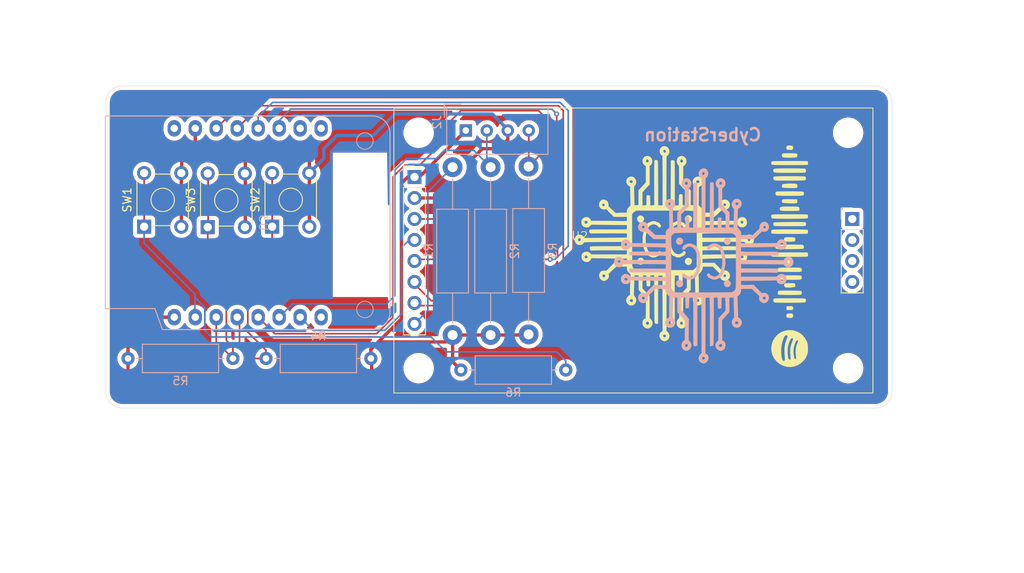
<source format=kicad_pcb>
(kicad_pcb (version 20241129) (generator "pcbnew") (generator_version "8.99")
  (layers (0 "F.Cu" signal) (2 "B.Cu" signal) (13 "F.Paste" user) (15 "B.Paste" user) (5 "F.SilkS" user "F.Silkscreen") (7 "B.SilkS" user "B.Silkscreen") (1 "F.Mask" user) (3 "B.Mask" user) (25 "Edge.Cuts" user))
  (net 0 "")
  (net 1 "Net-(U2-LED)")
  (net 2 "SCK")
  (net 3 "+3.3V")
  (net 4 "TFT_EN")
  (net 5 "TFT_DC")
  (net 6 "GND")
  (net 7 "TFT_CS")
  (net 8 "MOSI")
  (net 9 "SW1-IN")
  (net 10 "SW2-IN")
  (net 11 "SW3-IN")
  (net 12 "SDA")
  (net 13 "SCL")
  (footprint "Button_Switch_THT:SW_TH_Tactile_Omron_B3F-10xx" (layer "F.Cu") (at 120.15 83.7 90)
    (property "Reference" "SW3" (at 3.25 -2.05 90) (layer "F.SilkS"))
    (property "Value" "SW_Push")
    (pad "1" thru_hole rect (at 0 0 90) (size 1.7 1.7) (drill 1) (layers "*.Cu" "*.Mask") (net 10 "SW2-IN"))
    (pad "1" thru_hole circle (at 6.5 0 90) (size 1.7 1.7) (drill 1) (layers "*.Cu" "*.Mask") (net 10 "SW2-IN"))
    (pad "2" thru_hole circle (at 0 4.5 90) (size 1.7 1.7) (drill 1) (layers "*.Cu" "*.Mask") (net 6 "GND"))
    (pad "2" thru_hole circle (at 6.5 4.5 90) (size 1.7 1.7) (drill 1) (layers "*.Cu" "*.Mask") (net 6 "GND"))
  )
  (footprint "CircuitCyborg LOGOS:CircuitCyborg Logo" (layer "F.Cu") (at 175.8 85.8)
    (property "Reference" "G***" (hide yes))
    (property "Value" "LOGO" (hide yes))
    (fp_text user "CC" (at -3.630088 1.879975 0) (layer "F.SilkS") (effects (font (size 4 3) (thickness 0.375)) (justify left bottom)))
  )
  (footprint "asylum-weather:TFT_ST7735_SD" (layer "F.Cu") (at 165.185 86.275)
    (property "Reference" "U2" (at 0 -1.5 0) (layer "F.SilkS") (effects (font (thickness 0.1))))
    (property "Value" "TFT_ST7735_SD")
    (pad "" np_thru_hole circle (at -19.5 -14) (size 3.2 3.2) (drill 3.2) (layers "*.Cu" "*.Mask"))
    (pad "" np_thru_hole circle (at -19.5 14.5) (size 3.2 3.2) (drill 3.2) (layers "*.Cu" "*.Mask"))
    (pad "" np_thru_hole circle (at 32.5 -14) (size 3.2 3.2) (drill 3.2) (layers "*.Cu" "*.Mask"))
    (pad "" np_thru_hole circle (at 32.5 14.5) (size 3.2 3.2) (drill 3.2) (layers "*.Cu" "*.Mask"))
    (pad "1" thru_hole rect (at -20 -8.64) (size 1.7 1.7) (drill 1) (layers "*.Cu" "*.Mask") (net 3 "+3.3V"))
    (pad "2" thru_hole oval (at -20 -6.1) (size 1.7 1.7) (drill 1) (layers "*.Cu" "*.Mask") (net 6 "GND"))
    (pad "3" thru_hole oval (at -20 -3.56) (size 1.7 1.7) (drill 1) (layers "*.Cu" "*.Mask") (net 7 "TFT_CS"))
    (pad "4" thru_hole oval (at -20 -1.02) (size 1.7 1.7) (drill 1) (layers "*.Cu" "*.Mask") (net 4 "TFT_EN"))
    (pad "5" thru_hole oval (at -20 1.52) (size 1.7 1.7) (drill 1) (layers "*.Cu" "*.Mask") (net 5 "TFT_DC"))
    (pad "6" thru_hole oval (at -20 4.06) (size 1.7 1.7) (drill 1) (layers "*.Cu" "*.Mask") (net 8 "MOSI"))
    (pad "7" thru_hole oval (at -20 6.6) (size 1.7 1.7) (drill 1) (layers "*.Cu" "*.Mask") (net 2 "SCK"))
    (pad "8" thru_hole oval (at -20 9.14) (size 1.7 1.7) (drill 1) (layers "*.Cu" "*.Mask") (net 1 "Net-(U2-LED)"))
    (pad "9" thru_hole rect (at 33 -3.56) (size 1.7 1.7) (drill 1) (layers "*.Cu" "*.Mask"))
    (pad "10" thru_hole oval (at 33 -1.02) (size 1.7 1.7) (drill 1) (layers "*.Cu" "*.Mask"))
    (pad "11" thru_hole oval (at 33 1.52) (size 1.7 1.7) (drill 1) (layers "*.Cu" "*.Mask"))
    (pad "12" thru_hole oval (at 33 4.06) (size 1.7 1.7) (drill 1) (layers "*.Cu" "*.Mask"))
  )
  (footprint "Button_Switch_THT:SW_TH_Tactile_Omron_B3F-10xx" (layer "F.Cu") (at 112.45 83.65 90)
    (property "Reference" "SW1" (at 3.25 -2.05 90) (layer "F.SilkS"))
    (property "Value" "SW_Push")
    (pad "1" thru_hole rect (at 0 0 90) (size 1.7 1.7) (drill 1) (layers "*.Cu" "*.Mask") (net 11 "SW3-IN"))
    (pad "1" thru_hole circle (at 6.5 0 90) (size 1.7 1.7) (drill 1) (layers "*.Cu" "*.Mask") (net 11 "SW3-IN"))
    (pad "2" thru_hole circle (at 0 4.5 90) (size 1.7 1.7) (drill 1) (layers "*.Cu" "*.Mask") (net 6 "GND"))
    (pad "2" thru_hole circle (at 6.5 4.5 90) (size 1.7 1.7) (drill 1) (layers "*.Cu" "*.Mask") (net 6 "GND"))
  )
  (footprint "CircuitCyborg LOGOS:Beautiful Day Spotify Code" (layer "F.Cu") (at 190.6 87.4 90)
    (property "Reference" "G***" (hide yes))
    (property "Value" "LOGO" (hide yes))
  )
  (footprint "Button_Switch_THT:SW_TH_Tactile_Omron_B3F-10xx" (layer "F.Cu") (at 127.95 83.65 90)
    (property "Reference" "SW2" (at 3.25 -2.05 90) (layer "F.SilkS"))
    (property "Value" "SW_Push")
    (pad "1" thru_hole rect (at 0 0 90) (size 1.7 1.7) (drill 1) (layers "*.Cu" "*.Mask") (net 9 "SW1-IN"))
    (pad "1" thru_hole circle (at 6.5 0 90) (size 1.7 1.7) (drill 1) (layers "*.Cu" "*.Mask") (net 9 "SW1-IN"))
    (pad "2" thru_hole circle (at 0 4.5 90) (size 1.7 1.7) (drill 1) (layers "*.Cu" "*.Mask") (net 6 "GND"))
    (pad "2" thru_hole circle (at 6.5 4.5 90) (size 1.7 1.7) (drill 1) (layers "*.Cu" "*.Mask") (net 6 "GND"))
  )
  (footprint "CircuitCyborg LOGOS:CircuitCyborg Logo" (layer "B.Cu") (at 179.826959 88.495099 180)
    (property "Reference" "G***" (hide yes))
    (property "Value" "LOGO" (hide yes))
    (fp_text user "CC" (at -3.630088 -1.879975 0) (layer "B.SilkS") (effects (font (size 4 3) (thickness 0.375)) (justify left bottom mirror)))
  )
  (footprint "Resistor_THT:R_Axial_DIN0309_L9.0mm_D3.2mm_P12.70mm_Horizontal" (layer "B.Cu") (at 110.5 99.6)
    (property "Reference" "R5" (at 6.35 2.72 180) (layer "B.SilkS") (effects (justify mirror)))
    (property "Value" "R")
    (pad "1" thru_hole circle (at 0 0) (size 1.6 1.6) (drill 0.8) (layers "F&B.Cu" "*.Mask") (net 3 "+3.3V"))
    (pad "2" thru_hole oval (at 12.7 0) (size 1.6 1.6) (drill 0.8) (layers "F&B.Cu" "*.Mask") (net 10 "SW2-IN"))
  )
  (footprint "Resistor_THT:R_Axial_DIN0411_L9.9mm_D3.6mm_P20.32mm_Horizontal" (layer "B.Cu") (at 154.4 96.76 90)
    (property "Reference" "R2" (at 10.16 2.92 90) (layer "B.SilkS") (effects (justify mirror)))
    (property "Value" "R")
    (pad "1" thru_hole circle (at 0 0 90) (size 2.4 2.4) (drill 1.2) (layers "F&B.Cu" "*.Mask") (net 3 "+3.3V"))
    (pad "2" thru_hole oval (at 20.32 0 90) (size 2.4 2.4) (drill 1.2) (layers "F&B.Cu" "*.Mask") (net 12 "SDA"))
  )
  (footprint "Resistor_THT:R_Axial_DIN0411_L9.9mm_D3.6mm_P20.32mm_Horizontal" (layer "B.Cu") (at 159 96.685 90)
    (property "Reference" "R3" (at 10.16 2.92 90) (layer "B.SilkS") (effects (justify mirror)))
    (property "Value" "R")
    (pad "1" thru_hole circle (at 0 0 90) (size 2.4 2.4) (drill 1.2) (layers "F&B.Cu" "*.Mask") (net 3 "+3.3V"))
    (pad "2" thru_hole oval (at 20.32 0 90) (size 2.4 2.4) (drill 1.2) (layers "F&B.Cu" "*.Mask") (net 13 "SCL"))
  )
  (footprint "Resistor_THT:R_Axial_DIN0309_L9.0mm_D3.2mm_P12.70mm_Horizontal" (layer "B.Cu") (at 139.9 99.6 180)
    (property "Reference" "R4" (at 6.35 2.72 180) (layer "B.SilkS") (effects (justify mirror)))
    (property "Value" "R")
    (pad "1" thru_hole circle (at 0 0 180) (size 1.6 1.6) (drill 0.8) (layers "F&B.Cu" "*.Mask") (net 3 "+3.3V"))
    (pad "2" thru_hole oval (at 12.7 0 180) (size 1.6 1.6) (drill 0.8) (layers "F&B.Cu" "*.Mask") (net 9 "SW1-IN"))
  )
  (footprint "Resistor_THT:R_Axial_DIN0411_L9.9mm_D3.6mm_P20.32mm_Horizontal" (layer "B.Cu") (at 149.8 76.44 -90)
    (property "Reference" "R1" (at 10.16 2.92 90) (layer "B.SilkS") (effects (justify mirror)))
    (property "Value" "R")
    (pad "1" thru_hole circle (at 0 0 270) (size 2.4 2.4) (drill 1.2) (layers "F&B.Cu" "*.Mask") (net 1 "Net-(U2-LED)"))
    (pad "2" thru_hole oval (at 20.32 0 270) (size 2.4 2.4) (drill 1.2) (layers "F&B.Cu" "*.Mask") (net 3 "+3.3V"))
  )
  (footprint "Sensor:Aosong_DHT11_5.5x12.0_P2.54mm" (layer "B.Cu") (at 151.4 72 -90)
    (property "Reference" "J2" (at -1 3.5 90) (layer "B.SilkS") (effects (justify mirror)))
    (property "Value" "Conn_01x04_Socket")
    (pad "1" thru_hole rect (at 0 0 270) (size 1.5 1.5) (drill 0.8) (layers "F&B.Cu" "*.Mask") (net 3 "+3.3V"))
    (pad "2" thru_hole circle (at 0 -2.54 270) (size 1.5 1.5) (drill 0.8) (layers "F&B.Cu" "*.Mask") (net 12 "SDA"))
    (pad "3" thru_hole circle (at 0 -5.08 270) (size 1.5 1.5) (drill 0.8) (layers "F&B.Cu" "*.Mask") (net 6 "GND"))
    (pad "4" thru_hole circle (at 0 -7.62 270) (size 1.5 1.5) (drill 0.8) (layers "F&B.Cu" "*.Mask") (net 13 "SCL"))
  )
  (footprint "Resistor_THT:R_Axial_DIN0309_L9.0mm_D3.2mm_P12.70mm_Horizontal" (layer "B.Cu") (at 150.8 101)
    (property "Reference" "R6" (at 6.35 2.72 180) (layer "B.SilkS") (effects (justify mirror)))
    (property "Value" "R")
    (pad "1" thru_hole circle (at 0 0) (size 1.6 1.6) (drill 0.8) (layers "F&B.Cu" "*.Mask") (net 3 "+3.3V"))
    (pad "2" thru_hole oval (at 12.7 0) (size 1.6 1.6) (drill 0.8) (layers "F&B.Cu" "*.Mask") (net 11 "SW3-IN"))
  )
  (footprint "C3_Mini_Correct:WEMOS_C1_mini" (layer "B.Cu") (at 126.38 83.17 90)
    (property "Reference" "U3" (at 0 0.5 -90) (layer "B.SilkS") (effects (font (thickness 0.1)) (justify mirror)))
    (property "Value" "~")
    (pad "0" thru_hole oval (at -11.43 -2.66 90) (size 2 1.6) (drill 0.9) (layers "F&B.Cu" "*.Mask") (net 9 "SW1-IN"))
    (pad "1" thru_hole oval (at -11.43 -0.12 90) (size 2 1.6) (drill 0.9) (layers "F&B.Cu" "*.Mask") (net 13 "SCL"))
    (pad "2" thru_hole oval (at -11.43 2.42 90) (size 2 1.6) (drill 0.9) (layers "F&B.Cu" "*.Mask") (net 12 "SDA"))
    (pad "3" thru_hole oval (at -11.43 4.96 90) (size 2 1.6) (drill 0.9) (layers "F&B.Cu" "*.Mask") (net 4 "TFT_EN"))
    (pad "4" thru_hole oval (at -11.43 -5.2 90) (size 2 1.6) (drill 0.9) (layers "F&B.Cu" "*.Mask") (net 10 "SW2-IN"))
    (pad "5" thru_hole oval (at -11.43 -7.74 90) (size 2 1.6) (drill 0.9) (layers "F&B.Cu" "*.Mask") (net 11 "SW3-IN"))
    (pad "6" thru_hole oval (at 11.43 -5.2 90) (size 2 1.6) (drill 0.9) (layers "F&B.Cu" "*.Mask") (net 2 "SCK"))
    (pad "7" thru_hole oval (at 11.43 -2.66 90) (size 2 1.6) (drill 0.9) (layers "F&B.Cu" "*.Mask") (net 8 "MOSI"))
    (pad "8" thru_hole oval (at 11.43 -0.12 90) (size 2 1.6) (drill 0.9) (layers "F&B.Cu" "*.Mask") (net 5 "TFT_DC"))
    (pad "10" thru_hole oval (at 11.43 2.42 90) (size 2 1.6) (drill 0.9) (layers "F&B.Cu" "*.Mask") (net 7 "TFT_CS"))
    (pad "11" thru_hole oval (at -11.43 7.5 90) (size 2 1.6) (drill 0.9) (layers "F&B.Cu" "*.Mask"))
    (pad "12" thru_hole oval (at -11.43 -10.28 90) (size 2 1.6) (drill 0.9) (layers "F&B.Cu" "*.Mask") (net 3 "+3.3V"))
    (pad "13" thru_hole oval (at 11.43 -7.74 90) (size 2 1.6) (drill 0.9) (layers "F&B.Cu" "*.Mask") (net 6 "GND"))
    (pad "14" thru_hole oval (at 11.43 -10.28 90) (size 2 1.6) (drill 0.9) (layers "F&B.Cu" "*.Mask"))
    (pad "20" thru_hole oval (at 11.43 4.96 90) (size 2 1.6) (drill 0.9) (layers "F&B.Cu" "*.Mask"))
    (pad "21" thru_hole oval (at 11.43 7.5 90) (size 2 1.6) (drill 0.9) (layers "F&B.Cu" "*.Mask"))
    (zone (net 0) (net_name "") (layers "F&B.Cu") (name "No Copper") (connect_pads (clearance 0)) (min_thickness 0.25)
      (keepout (tracks not_allowed) (vias not_allowed) (pads not_allowed) (copperpour not_allowed) (footprints not_allowed))
      (fill (thermal_gap 0.5) (thermal_bridge_width 0.5))
      (polygon (pts (xy 142.08 92.17) (xy 141.88 74.67) (xy 135.28 74.67) (xy 135.28 92.17)))
    )
  )
  (gr_line (start 109.8 66.6) (end 201 66.6) (stroke (width 0.05)) (layer "Edge.Cuts"))
  (gr_line (start 107.8 103.6) (end 107.8 68.6) (stroke (width 0.05)) (layer "Edge.Cuts"))
  (gr_line (start 201 105.6) (end 109.8 105.6) (stroke (width 0.05)) (layer "Edge.Cuts"))
  (gr_arc (start 201 66.6) (mid 202.414214 67.185786) (end 203 68.6) (stroke (width 0.05)) (layer "Edge.Cuts"))
  (gr_arc (start 109.8 105.6) (mid 108.385786 105.014214) (end 107.8 103.6) (stroke (width 0.05)) (layer "Edge.Cuts"))
  (gr_arc (start 203 103.6) (mid 202.414214 105.014214) (end 201 105.6) (stroke (width 0.05)) (layer "Edge.Cuts"))
  (gr_arc (start 107.8 68.6) (mid 108.385786 67.185786) (end 109.8 66.6) (stroke (width 0.05)) (layer "Edge.Cuts"))
  (gr_line (start 203 68.6) (end 203 103.6) (stroke (width 0.05)) (layer "Edge.Cuts"))
  (gr_text "CyberStation" (at 180.076959 73.4 0) (layer "B.SilkS") (effects (font (size 1.5 1.5) (thickness 0.3) (bold yes)) (justify bottom mirror)))
  (segment (start 145.185 95.415) (end 146.8 93.8) (width 0.2) (layer "B.Cu") (net 1))
  (segment (start 146.8 93.8) (end 146.8 79.44) (width 0.2) (layer "B.Cu") (net 1))
  (segment (start 146.8 79.44) (end 149.8 76.44) (width 0.2) (layer "B.Cu") (net 1))
  (segment (start 163 93.2) (end 164.4 91.8) (width 0.2) (layer "F.Cu") (net 2))
  (segment (start 163.6 68) (end 124.92 68) (width 0.2) (layer "F.Cu") (net 2))
  (segment (start 164.4 91.8) (end 164.4 68.8) (width 0.2) (layer "F.Cu") (net 2))
  (segment (start 124.92 68) (end 121.18 71.74) (width 0.2) (layer "F.Cu") (net 2))
  (segment (start 164.4 68.8) (end 163.6 68) (width 0.2) (layer "F.Cu") (net 2))
  (segment (start 145.51 93.2) (end 163 93.2) (width 0.2) (layer "F.Cu") (net 2))
  (segment (start 145.185 92.875) (end 145.51 93.2) (width 0.2) (layer "F.Cu") (net 2))
  (segment (start 110.5 99.6) (end 110.5 101.3) (width 0.4) (layer "F.Cu") (net 3))
  (segment (start 116.1 94.6) (end 112.8 94.6) (width 0.4) (layer "F.Cu") (net 3))
  (segment (start 138.8 102.6) (end 140 101.4) (width 0.4) (layer "F.Cu") (net 3))
  (segment (start 149.8 100) (end 150.8 101) (width 0.4) (layer "F.Cu") (net 3))
  (segment (start 139.9 99.6) (end 139.9 98.5) (width 0.4) (layer "F.Cu") (net 3))
  (segment (start 149.8 96.76) (end 149.8 100) (width 0.4) (layer "F.Cu") (net 3))
  (segment (start 112.8 94.6) (end 110.5 96.9) (width 0.4) (layer "F.Cu") (net 3))
  (segment (start 158.925 96.76) (end 159 96.685) (width 0.4) (layer "F.Cu") (net 3))
  (segment (start 111.8 102.6) (end 138.8 102.6) (width 0.4) (layer "F.Cu") (net 3))
  (segment (start 140.9 97.5) (end 143.6 94.8) (width 0.4) (layer "F.Cu") (net 3))
  (segment (start 143.6 78.4) (end 144.365 77.635) (width 0.4) (layer "F.Cu") (net 3))
  (segment (start 139.9 98.5) (end 140.9 97.5) (width 0.4) (layer "F.Cu") (net 3))
  (segment (start 140 99.7) (end 139.9 99.6) (width 0.4) (layer "F.Cu") (net 3))
  (segment (start 110.5 96.9) (end 110.5 99.6) (width 0.4) (layer "F.Cu") (net 3))
  (segment (start 143.6 94.8) (end 143.6 78.4) (width 0.4) (layer "F.Cu") (net 3))
  (segment (start 144.365 77.635) (end 145.185 77.635) (width 0.4) (layer "F.Cu") (net 3))
  (segment (start 140.8 97.6) (end 148.96 97.6) (width 0.4) (layer "F.Cu") (net 3))
  (segment (start 140.8 97.6) (end 140.9 97.5) (width 0.4) (layer "F.Cu") (net 3))
  (segment (start 149.8 96.76) (end 154.4 96.76) (width 0.4) (layer "F.Cu") (net 3))
  (segment (start 148.96 97.6) (end 149.8 96.76) (width 0.4) (layer "F.Cu") (net 3))
  (segment (start 145.185 77.635) (end 145.765 77.635) (width 0.4) (layer "F.Cu") (net 3))
  (segment (start 154.4 96.76) (end 158.925 96.76) (width 0.4) (layer "F.Cu") (net 3))
  (segment (start 110.6 99.5) (end 110.5 99.6) (width 0.2) (layer "F.Cu") (net 3))
  (segment (start 140 101.4) (end 140 99.7) (width 0.4) (layer "F.Cu") (net 3))
  (segment (start 145.765 77.635) (end 151.4 72) (width 0.4) (layer "F.Cu") (net 3))
  (segment (start 110.5 101.3) (end 111.8 102.6) (width 0.4) (layer "F.Cu") (net 3))
  (segment (start 143.6 86.2) (end 144.545 85.255) (width 0.2) (layer "B.Cu") (net 4))
  (segment (start 141.6 96.2) (end 143.6 94.2) (width 0.2) (layer "B.Cu") (net 4))
  (segment (start 132.94 96.2) (end 141.6 96.2) (width 0.2) (layer "B.Cu") (net 4))
  (segment (start 131.34 94.6) (end 132.94 96.2) (width 0.2) (layer "B.Cu") (net 4))
  (segment (start 144.545 85.255) (end 145.185 85.255) (width 0.2) (layer "B.Cu") (net 4))
  (segment (start 143.6 94.2) (end 143.6 86.2) (width 0.2) (layer "B.Cu") (net 4))
  (segment (start 161.6 87.6) (end 145.38 87.6) (width 0.2) (layer "F.Cu") (net 5))
  (segment (start 145.38 87.6) (end 145.185 87.795) (width 0.2) (layer "F.Cu") (net 5))
  (via (at 161.6 87.6) (size 0.6) (drill 0.3) (layers "F.Cu" "B.Cu") (net 5))
  (segment (start 126.26 71.74) (end 126.26 70.34) (width 0.2) (layer "B.Cu") (net 5))
  (segment (start 163.8 69.6) (end 163.8 86) (width 0.2) (layer "B.Cu") (net 5))
  (segment (start 128 68.6) (end 162.8 68.6) (width 0.2) (layer "B.Cu") (net 5))
  (segment (start 162.8 68.6) (end 163.8 69.6) (width 0.2) (layer "B.Cu") (net 5))
  (segment (start 163.8 86) (end 162.2 87.6) (width 0.2) (layer "B.Cu") (net 5))
  (segment (start 126.26 70.34) (end 128 68.6) (width 0.2) (layer "B.Cu") (net 5))
  (segment (start 162.2 87.6) (end 161.6 87.6) (width 0.2) (layer "B.Cu") (net 5))
  (segment (start 155.4 74.2) (end 156.48 73.12) (width 0.4) (layer "F.Cu") (net 6))
  (segment (start 153.4 74.2) (end 155.4 74.2) (width 0.4) (layer "F.Cu") (net 6))
  (segment (start 132.45 75.65) (end 132.45 77.15) (width 0.4) (layer "F.Cu") (net 6))
  (segment (start 152 77.4) (end 152 75.6) (width 0.4) (layer "F.Cu") (net 6))
  (segment (start 118.64 73.36) (end 120.08 74.8) (width 0.4) (layer "F.Cu") (net 6))
  (segment (start 156.48 73.12) (end 156.48 72) (width 0.4) (layer "F.Cu") (net 6))
  (segment (start 118.64 73.36) (end 117 75) (width 0.4) (layer "F.Cu") (net 6))
  (segment (start 123.8 74.8) (end 131.6 74.8) (width 0.4) (layer "F.Cu") (net 6))
  (segment (start 124.7 77.15) (end 124.7 83.65) (width 0.4) (layer "F.Cu") (net 6))
  (segment (start 118.64 71.74) (end 118.64 73.36) (width 0.4) (layer "F.Cu") (net 6))
  (segment (start 152 75.6) (end 153.4 74.2) (width 0.4) (layer "F.Cu") (net 6))
  (segment (start 117 75) (end 117 77.1) (width 0.4) (layer "F.Cu") (net 6))
  (segment (start 117 77.1) (end 116.95 77.15) (width 0.2) (layer "F.Cu") (net 6))
  (segment (start 131.6 74.8) (end 132.45 75.65) (width 0.4) (layer "F.Cu") (net 6))
  (segment (start 120.08 74.8) (end 123.8 74.8) (width 0.4) (layer "F.Cu") (net 6))
  (segment (start 132.45 77.15) (end 132.45 83.65) (width 0.4) (layer "F.Cu") (net 6))
  (segment (start 149.225 80.175) (end 152 77.4) (width 0.4) (layer "F.Cu") (net 6))
  (segment (start 145.185 80.175) (end 149.225 80.175) (width 0.4) (layer "F.Cu") (net 6))
  (segment (start 123.8 74.8) (end 124.7 75.7) (width 0.4) (layer "F.Cu") (net 6))
  (segment (start 124.7 75.7) (end 124.7 77.15) (width 0.4) (layer "F.Cu") (net 6))
  (segment (start 116.95 77.15) (end 116.95 83.65) (width 0.4) (layer "F.Cu") (net 6))
  (segment (start 135.8 72.6) (end 134.2 74.2) (width 0.4) (layer "B.Cu") (net 6))
  (segment (start 156.48 72) (end 156.48 71.88) (width 0.4) (layer "B.Cu") (net 6))
  (segment (start 142.8 70) (end 140.2 72.6) (width 0.4) (layer "B.Cu") (net 6))
  (segment (start 140.2 72.6) (end 135.8 72.6) (width 0.4) (layer "B.Cu") (net 6))
  (segment (start 154.6 70) (end 142.8 70) (width 0.4) (layer "B.Cu") (net 6))
  (segment (start 156.48 71.88) (end 154.6 70) (width 0.4) (layer "B.Cu") (net 6))
  (segment (start 134.2 75.4) (end 132.45 77.15) (width 0.4) (layer "B.Cu") (net 6))
  (segment (start 134.2 74.2) (end 134.2 75.4) (width 0.4) (layer "B.Cu") (net 6))
  (segment (start 162.285 82.715) (end 162.4 82.6) (width 0.2) (layer "F.Cu") (net 7))
  (segment (start 145.185 82.715) (end 162.285 82.715) (width 0.2) (layer "F.Cu") (net 7))
  (segment (start 162.4 82.6) (end 162.4 70) (width 0.2) (layer "F.Cu") (net 7))
  (via (at 162.4 70) (size 0.6) (drill 0.3) (layers "F.Cu" "B.Cu") (net 7))
  (segment (start 128.8 70.8) (end 128.8 71.74) (width 0.2) (layer "B.Cu") (net 7))
  (segment (start 161.575735 69.4) (end 161.8 69.4) (width 0.2) (layer "B.Cu") (net 7))
  (segment (start 130.2 69.4) (end 128.8 70.8) (width 0.2) (layer "B.Cu") (net 7))
  (segment (start 161.8 69.4) (end 162.4 70) (width 0.2) (layer "B.Cu") (net 7))
  (segment (start 161.575735 69.4) (end 130.2 69.4) (width 0.2) (layer "B.Cu") (net 7))
  (segment (start 126.46 69) (end 123.72 71.74) (width 0.2) (layer "F.Cu") (net 8))
  (segment (start 145.185 90.585) (end 147.2 92.6) (width 0.2) (layer "F.Cu") (net 8))
  (segment (start 163.2 69.6) (end 163.2 92) (width 0.2) (layer "F.Cu") (net 8))
  (segment (start 145.185 90.335) (end 145.185 90.585) (width 0.2) (layer "F.Cu") (net 8))
  (segment (start 162.6 69) (end 163.2 69.6) (width 0.2) (layer "F.Cu") (net 8))
  (segment (start 147.2 92.6) (end 162.6 92.6) (width 0.2) (layer "F.Cu") (net 8))
  (segment (start 126.46 69) (end 162.6 69) (width 0.2) (layer "F.Cu") (net 8))
  (segment (start 162.6 92.6) (end 163.2 92) (width 0.2) (layer "F.Cu") (net 8))
  (segment (start 127.2 98.6) (end 125 96.4) (width 0.2) (layer "F.Cu") (net 9))
  (segment (start 127.2 99.6) (end 127.2 98.6) (width 0.2) (layer "F.Cu") (net 9))
  (segment (start 124 98) (end 125.6 99.6) (width 0.2) (layer "F.Cu") (net 9))
  (segment (start 125 96.4) (end 125 93.2) (width 0.2) (layer "F.Cu") (net 9))
  (segment (start 123.8 94.52) (end 123.72 94.6) (width 0.2) (layer "F.Cu") (net 9))
  (segment (start 125 87) (end 126.4 87) (width 0.2) (layer "F.Cu") (net 9))
  (segment (start 127.95 85.45) (end 127.95 83.65) (width 0.2) (layer "F.Cu") (net 9))
  (segment (start 123.72 94.6) (end 124 94.88) (width 0.2) (layer "F.Cu") (net 9))
  (segment (start 125.6 99.6) (end 127.2 99.6) (width 0.2) (layer "F.Cu") (net 9))
  (segment (start 127.95 77.15) (end 127.95 83.65) (width 0.2) (layer "F.Cu") (net 9))
  (segment (start 123.72 91.92) (end 123.72 88.28) (width 0.2) (layer "F.Cu") (net 9))
  (segment (start 126.4 87) (end 127.95 85.45) (width 0.2) (layer "F.Cu") (net 9))
  (segment (start 123.72 94.6) (end 124.2 95.08) (width 0.2) (layer "F.Cu") (net 9))
  (segment (start 124 94.88) (end 124 98) (width 0.2) (layer "F.Cu") (net 9))
  (segment (start 123.72 88.28) (end 125 87) (width 0.2) (layer "F.Cu") (net 9))
  (segment (start 125 93.2) (end 123.72 91.92) (width 0.2) (layer "F.Cu") (net 9))
  (segment (start 127.95 83.65) (end 128 83.7) (width 0.2) (layer "B.Cu") (net 9))
  (segment (start 122.4 97.4) (end 123.2 98.2) (width 0.2) (layer "F.Cu") (net 10))
  (segment (start 120.15 83.7) (end 120.15 85.15) (width 0.2) (layer "F.Cu") (net 10))
  (segment (start 120.2 85.6) (end 121.18 86.58) (width 0.2) (layer "F.Cu") (net 10))
  (segment (start 122.4 92.42) (end 122.4 97.4) (width 0.2) (layer "F.Cu") (net 10))
  (segment (start 120.15 85.15) (end 120.2 85.2) (width 0.2) (layer "F.Cu") (net 10))
  (segment (start 123.2 98.2) (end 123.2 99.6) (width 0.2) (layer "F.Cu") (net 10))
  (segment (start 120.2 77.15) (end 120.2 83.65) (width 0.2) (layer "F.Cu") (net 10))
  (segment (start 121.18 97.58) (end 123.2 99.6) (width 0.2) (layer "F.Cu") (net 10))
  (segment (start 121.18 91.2) (end 122.4 92.42) (width 0.2) (layer "F.Cu") (net 10))
  (segment (start 121.18 94.6) (end 121.18 97.58) (width 0.2) (layer "F.Cu") (net 10))
  (segment (start 121.18 86.58) (end 121.18 91.2) (width 0.2) (layer "F.Cu") (net 10))
  (segment (start 120.2 85.2) (end 120.2 85.6) (width 0.2) (layer "F.Cu") (net 10))
  (segment (start 121 94.42) (end 121.18 94.6) (width 0.2) (layer "B.Cu") (net 10))
  (segment (start 112.45 77.15) (end 112.45 83.65) (width 0.2) (layer "F.Cu") (net 11))
  (segment (start 163.5 99.9) (end 163.5 101) (width 0.2) (layer "B.Cu") (net 11))
  (segment (start 112.45 83.65) (end 112.45 85.65) (width 0.2) (layer "B.Cu") (net 11))
  (segment (start 147.2 97) (end 149 98.8) (width 0.2) (layer "B.Cu") (net 11))
  (segment (start 162.4 98.8) (end 163.5 99.9) (width 0.2) (layer "B.Cu") (net 11))
  (segment (start 118.6 92.2) (end 119.8 93.4) (width 0.2) (layer "B.Cu") (net 11))
  (segment (start 118.6 94.56) (end 118.64 94.6) (width 0.2) (layer "B.Cu") (net 11))
  (segment (start 149 98.8) (end 162.4 98.8) (width 0.2) (layer "B.Cu") (net 11))
  (segment (start 120.6 97) (end 147.2 97) (width 0.2) (layer "B.Cu") (net 11))
  (segment (start 119.8 96.2) (end 120.6 97) (width 0.2) (layer "B.Cu") (net 11))
  (segment (start 118.6 91.8) (end 118.6 94.56) (width 0.2) (layer "B.Cu") (net 11))
  (segment (start 119.8 93.4) (end 119.8 96.2) (width 0.2) (layer "B.Cu") (net 11))
  (segment (start 112.45 85.65) (end 118.6 91.8) (width 0.2) (layer "B.Cu") (net 11))
  (segment (start 118.6 91.8) (end 118.6 92.2) (width 0.2) (layer "B.Cu") (net 11))
  (segment (start 144.2 75.4) (end 147.8 75.4) (width 0.2) (layer "B.Cu") (net 12))
  (segment (start 148.8 74.4) (end 152.36 74.4) (width 0.2) (layer "B.Cu") (net 12))
  (segment (start 130.4 93) (end 141.8 93) (width 0.2) (layer "B.Cu") (net 12))
  (segment (start 153.94 75.98) (end 154.4 76.44) (width 0.2) (layer "B.Cu") (net 12))
  (segment (start 142.8 76.8) (end 144.2 75.4) (width 0.2) (layer "B.Cu") (net 12))
  (segment (start 128.8 94.6) (end 130.4 93) (width 0.2) (layer "B.Cu") (net 12))
  (segment (start 153.94 72) (end 153.94 75.98) (width 0.2) (layer "B.Cu") (net 12))
  (segment (start 147.8 75.4) (end 148.8 74.4) (width 0.2) (layer "B.Cu") (net 12))
  (segment (start 141.8 93) (end 142.8 92) (width 0.2) (layer "B.Cu") (net 12))
  (segment (start 152.36 74.4) (end 154.4 76.44) (width 0.2) (layer "B.Cu") (net 12))
  (segment (start 142.8 92) (end 142.8 76.8) (width 0.2) (layer "B.Cu") (net 12))
  (segment (start 128.26 96.6) (end 126.26 94.6) (width 0.2) (layer "F.Cu") (net 13))
  (segment (start 161.4 70.8) (end 160.2 69.6) (width 0.2) (layer "F.Cu") (net 13))
  (segment (start 159.02 72) (end 159.02 76.345) (width 0.2) (layer "F.Cu") (net 13))
  (segment (start 144 76.2) (end 142.6 77.6) (width 0.2) (layer "F.Cu") (net 13))
  (segment (start 149.2 72.8) (end 145.8 76.2) (width 0.2) (layer "F.Cu") (net 13))
  (segment (start 149.2 71.2) (end 149.2 72.8) (width 0.2) (layer "F.Cu") (net 13))
  (segment (start 140.6 96.6) (end 128.26 96.6) (width 0.2) (layer "F.Cu") (net 13))
  (segment (start 150.8 69.6) (end 149.2 71.2) (width 0.2) (layer "F.Cu") (net 13))
  (segment (start 160.2 69.6) (end 150.8 69.6) (width 0.2) (layer "F.Cu") (net 13))
  (segment (start 142.6 94.6) (end 140.6 96.6) (width 0.2) (layer "F.Cu") (net 13))
  (segment (start 159.02 76.345) (end 159 76.365) (width 0.2) (layer "F.Cu") (net 13))
  (segment (start 159 76.365) (end 161.4 73.965) (width 0.2) (layer "F.Cu") (net 13))
  (segment (start 142.6 77.6) (end 142.6 94.6) (width 0.2) (layer "F.Cu") (net 13))
  (segment (start 161.4 73.965) (end 161.4 70.8) (width 0.2) (layer "F.Cu") (net 13))
  (segment (start 145.8 76.2) (end 144 76.2) (width 0.2) (layer "F.Cu") (net 13))
  (segment (start 159.02 76.345) (end 159 76.365) (width 0.2) (layer "B.Cu") (net 13))
  (zone (net 0) (net_name "") (layers "F&B.Cu") (connect_pads (clearance 0.5)) (min_thickness 0.25) (fill yes (thermal_gap 0.5) (thermal_bridge_width 0.5) (island_removal_mode 1) (island_area_min 10))
    (polygon (pts (xy 98.2 56.2) (xy 219 56.4) (xy 215 125.6) (xy 95 120)))
  )
)
</source>
